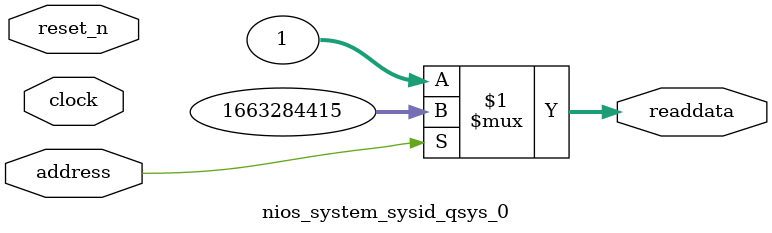
<source format=v>



// synthesis translate_off
`timescale 1ns / 1ps
// synthesis translate_on

// turn off superfluous verilog processor warnings 
// altera message_level Level1 
// altera message_off 10034 10035 10036 10037 10230 10240 10030 

module nios_system_sysid_qsys_0 (
               // inputs:
                address,
                clock,
                reset_n,

               // outputs:
                readdata
             )
;

  output  [ 31: 0] readdata;
  input            address;
  input            clock;
  input            reset_n;

  wire    [ 31: 0] readdata;
  //control_slave, which is an e_avalon_slave
  assign readdata = address ? 1663284415 : 1;

endmodule



</source>
